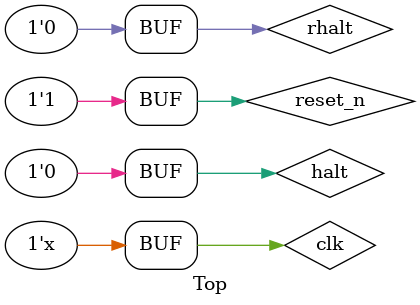
<source format=v>
`timescale 1ns/10ps

`define CLOCKPERIOD 20

module Top();
    reg clk = 0; // TODO test starting with opposite polarity
    reg rhalt = 1;
    reg reset_n = 0;
    
    always #(`CLOCKPERIOD / 2) clk = ~clk;
    
    initial #(2 * `CLOCKPERIOD/* - 2*/) rhalt = 0;
    initial #(1 * `CLOCKPERIOD/* - 2*/) reset_n = 1;

    wor halt = rhalt;

    Tenyr tenyr(.clk(clk)/*, .reset_n(reset_n)*/, .halt(halt));
endmodule


</source>
